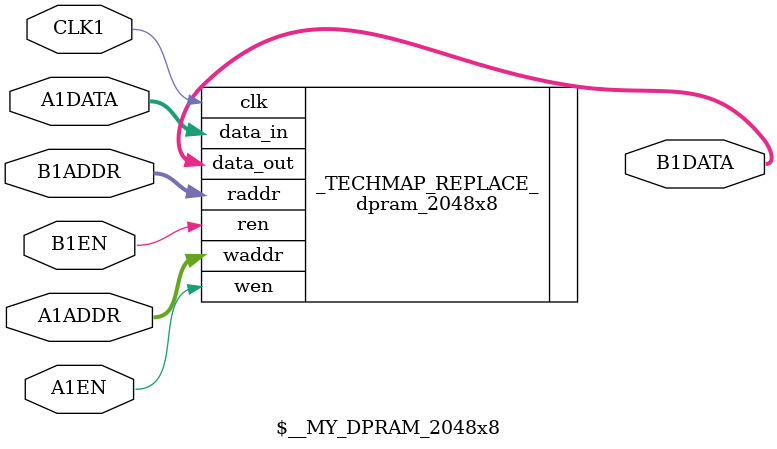
<source format=v>
module $__MY_DPRAM_2048x8 (
  output [0:7] B1DATA,
  input CLK1,
  input [0:11] B1ADDR,
  input [0:11] A1ADDR,
  input [0:7] A1DATA,
  input A1EN,
  input B1EN );

  generate
    dpram_2048x8 #() _TECHMAP_REPLACE_ (
      .clk    (CLK1),
      .wen    (A1EN),
      .waddr    (A1ADDR),
      .data_in    (A1DATA),
      .ren    (B1EN),
      .raddr    (B1ADDR),
      .data_out    (B1DATA) );
  endgenerate

endmodule

</source>
